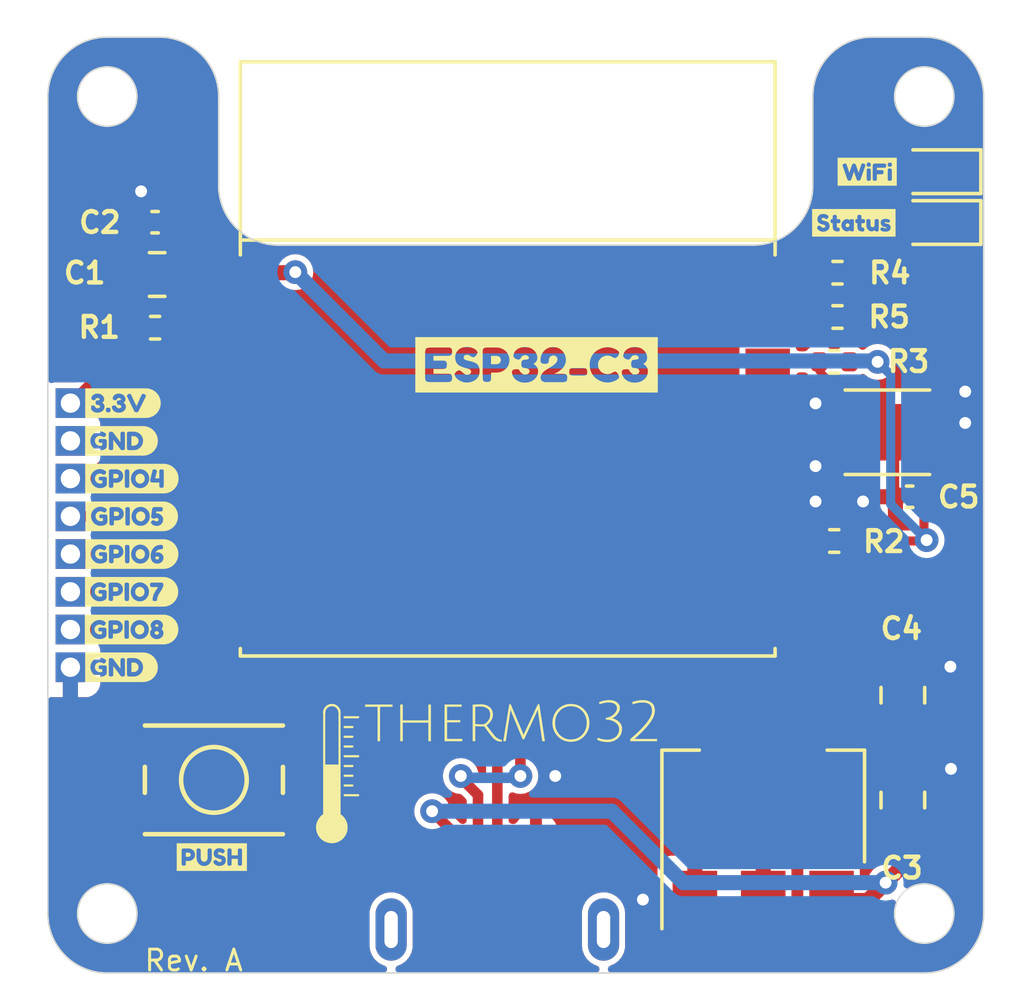
<source format=kicad_pcb>
(kicad_pcb (version 20211014) (generator pcbnew)
  (title_block (title "THERMO32") (date "2023-01-09") (rev "A") (company "victorhook"))
  (layers (0 "F.Cu" signal) (31 "B.Cu" signal) (34 "B.Paste" user) (35 "F.Paste" user) (36 "B.SilkS" user "B.Silkscreen") (37 "F.SilkS" user "F.Silkscreen") (38 "B.Mask" user) (39 "F.Mask" user) (44 "Edge.Cuts" user))
  (net 0 "")
  (net 1 "+3.3V")
  (net 2 "GND")
  (net 3 "Net-(C3-Pad1)")
  (net 4 "+3V3")
  (net 5 "Net-(D1-Pad2)")
  (net 6 "Net-(D2-Pad2)")
  (net 8 "/USB+")
  (net 9 "/USB-")
  (net 10 "Net-(R1-Pad2)")
  (net 11 "/SCL")
  (net 12 "/SDA")
  (net 13 "/LED_BLUE")
  (net 14 "/LED_RED")
  (net 15 "/BUTTON")
  (net 17 "/TEMP_ALERT")
  (net 18 "/TEMP_NRESET")
  (net 19 "/GPIO4")
  (net 20 "/GPIO5")
  (net 21 "/GPIO6")
  (net 22 "/GPIO7")
  (net 23 "/GPIO8")
  (footprint "kibuzzard-63BBE393" (layer "F.Cu") (at 127.19 91.18)
    (fp_text reference "kibuzzard-63BBE393" hide)
    (fp_text value "G***" hide)
  )
  (footprint "Custom:STS35-DIS_temp_sensor" (layer "F.Cu") (at 152.62 88.35)
    (fp_text reference "U3" hide)
    (fp_text value "STS35-DIS" hide)
  )
  (footprint "Resistor_SMD:R_0402_1005Metric" (layer "F.Cu") (at 150.94 82.98 180)
    (fp_text reference "R4")
    (fp_text value "330")
  )
  (footprint "Custom:PinHeader_1x08_P1.27mm_Vertical_No_silk" (layer "F.Cu") (at 125.12 87.37)
    (fp_text reference "J2" hide)
    (fp_text value "Conn_01x08" hide)
  )
  (footprint "Custom:PTS815" (layer "F.Cu") (at 129.95 100.05)
    (fp_text reference "SW1" hide)
    (fp_text value "BOOT" hide)
  )
  (footprint "Resistor_SMD:R_0402_1005Metric" (layer "F.Cu") (at 150.94 84.47 180)
    (fp_text reference "R5")
    (fp_text value "330")
  )
  (footprint "Resistor_SMD:R_0402_1005Metric" (layer "F.Cu") (at 127.97 84.83)
    (fp_text reference "R1")
    (fp_text value "10k")
  )
  (footprint "Resistor_SMD:R_0402_1005Metric" (layer "F.Cu") (at 150.83 92.01 180)
    (fp_text reference "R2")
    (fp_text value "2.2k")
  )
  (footprint "Capacitor_SMD:C_0402_1005Metric" (layer "F.Cu") (at 153.37 90.52 180)
    (fp_text reference "C5")
    (fp_text value "100nF")
  )
  (footprint "kibuzzard-63BBE32B" (layer "F.Cu") (at 126.84 88.64)
    (fp_text reference "kibuzzard-63BBE32B" hide)
    (fp_text value "G***" hide)
  )
  (footprint "Package_TO_SOT_SMD:SOT-223-3_TabPin2" (layer "F.Cu") (at 148.44 100.96 90)
    (fp_text reference "U2" hide)
    (fp_text value "AMS1117-3.3" hide)
  )
  (footprint "kibuzzard-63BBE3A0" (layer "F.Cu") (at 127.18 93.72)
    (fp_text reference "kibuzzard-63BBE3A0" hide)
    (fp_text value "G***" hide)
  )
  (footprint "kibuzzard-63BBE312" (layer "F.Cu") (at 126.89 87.37)
    (fp_text reference "kibuzzard-63BBE312" hide)
    (fp_text value "G***" hide)
  )
  (footprint "kibuzzard-63BBE39B" (layer "F.Cu") (at 127.19 92.45)
    (fp_text reference "kibuzzard-63BBE39B" hide)
    (fp_text value "G***" hide)
  )
  (footprint "Resistor_SMD:R_0402_1005Metric" (layer "F.Cu") (at 150.83 85.98 180)
    (fp_text reference "R3")
    (fp_text value "2.2k")
  )
  (footprint "kibuzzard-63BBDC2F" (layer "F.Cu") (at 140.81 86.08)
    (fp_text reference "kibuzzard-63BBDC2F" hide)
    (fp_text value "G***" hide)
  )
  (footprint "Custom:USB3075-30-A_No_silk" (layer "F.Cu") (at 138.19 102.4375)
    (fp_text reference "J1" hide)
    (fp_text value "USB3075-30-A" hide)
  )
  (footprint "kibuzzard-63BBE3A5" (layer "F.Cu") (at 127.18 94.99)
    (fp_text reference "kibuzzard-63BBE3A5" hide)
    (fp_text value "G***" hide)
  )
  (footprint "Capacitor_SMD:C_0805_2012Metric" (layer "F.Cu") (at 153.14 100.73 90)
    (fp_text reference "C3")
    (fp_text value "10uF")
  )
  (footprint "LED_SMD:LED_0603_1608Metric" (layer "F.Cu") (at 154.28 81.29 180)
    (fp_text reference "D2" hide)
    (fp_text value "LED" hide)
  )
  (footprint "Capacitor_SMD:C_0402_1005Metric" (layer "F.Cu") (at 127.97 81.28 180)
    (fp_text reference "C2")
    (fp_text value "1uF")
  )
  (footprint "kibuzzard-63BBE32B" (layer "F.Cu") (at 126.84 96.26)
    (fp_text reference "kibuzzard-63BBE32B" hide)
    (fp_text value "G***" hide)
  )
  (footprint "kibuzzard-63BBD8F6" (layer "F.Cu") (at 151.94 79.58)
    (fp_text reference "kibuzzard-63BBD8F6" hide)
    (fp_text value "G***" hide)
  )
  (footprint "kibuzzard-63BBE3D2" (layer "F.Cu") (at 129.88 102.65)
    (fp_text reference "kibuzzard-63BBE3D2" hide)
    (fp_text value "G***" hide)
  )
  (footprint "Capacitor_SMD:C_0805_2012Metric" (layer "F.Cu") (at 128.04 83.04 180)
    (fp_text reference "C1")
    (fp_text value "10uF")
  )
  (footprint "Espressif:ESP32-C3-WROOM-02" (layer "F.Cu") (at 139.84 87.13)
    (fp_text reference "U1" hide)
    (fp_text value "ESP32-C3-WROOM-02" hide)
  )
  (footprint "kibuzzard-63BBE366" (layer "F.Cu") (at 127.19 89.91)
    (fp_text reference "kibuzzard-63BBE366" hide)
    (fp_text value "G***" hide)
  )
  (footprint "LED_SMD:LED_0603_1608Metric" (layer "F.Cu") (at 154.28 79.58 180)
    (fp_text reference "D1" hide)
    (fp_text value "LED" hide)
  )
  (footprint "kibuzzard-63BBD915" (layer "F.Cu") (at 151.49 81.3)
    (fp_text reference "kibuzzard-63BBD915" hide)
    (fp_text value "G***" hide)
  )
  (footprint "Capacitor_SMD:C_0805_2012Metric" (layer "F.Cu") (at 153.14 97.2 90)
    (fp_text reference "C4")
    (fp_text value "10uF")
  )
  (gr_line (start 133.49612 101.904322) (end 133.509037 101.92476) (layer "F.SilkS") (width 0.071374))
  (gr_line (start 133.855493 97.539574) (end 133.843246 97.543051) (layer "F.SilkS") (width 0.071374))
  (gr_line (start 133.645954 102.061675) (end 133.666392 102.074591) (layer "F.SilkS") (width 0.071374))
  (gr_line (start 133.588471 102.016881) (end 133.606953 102.032803) (layer "F.SilkS") (width 0.071374))
  (gr_line (start 134.14693 97.666517) (end 134.140716 97.655709) (layer "F.SilkS") (width 0.071374))
  (gr_line (start 133.505236 101.382946) (end 133.489145 101.409637) (layer "F.SilkS") (width 0.071374))
  (gr_line (start 133.99674 97.543052) (end 133.984493 97.539574) (layer "F.SilkS") (width 0.071374))
  (gr_line (start 134.176748 97.763148) (end 134.175106 97.750232) (layer "F.SilkS") (width 0.071374))
  (gr_line (start 134.334696 101.383106) (end 134.316942 101.357476) (layer "F.SilkS") (width 0.071374))
  (gr_line (start 133.53791 101.963761) (end 133.553832 101.982242) (layer "F.SilkS") (width 0.071374))
  (gr_line (start 133.663239 97.763147) (end 133.662242 97.776254) (layer "F.SilkS") (width 0.071374))
  (gr_poly (pts (xy 138.959496 97.506537) (xy 138.980689 97.507609) (xy 139.001406 97.509395) (xy 139.021647 97.511895) (xy 139.041411 97.51511) (xy 139.060699 97.519039) (xy 139.079511 97.523682) (xy 139.097847 97.52904) (xy 139.115706 97.535112) (xy 139.133089 97.541899) (xy 139.149996 97.5494) (xy 139.166427 97.557615) (xy 139.182381 97.566545) (xy 139.197859 97.576189) (xy 139.212861 97.586547) (xy 139.227387 97.59762) (xy 139.241228 97.609117) (xy 139.254176 97.621224) (xy 139.266231 97.633941) (xy 139.277393 97.647269) (xy 139.287662 97.661207) (xy 139.297038 97.675755) (xy 139.305521 97.690913) (xy 139.313112 97.706681) (xy 139.319809 97.72306) (xy 139.325613 97.740048) (xy 139.330525 97.757647) (xy 139.334543 97.775857) (xy 139.337668 97.794676) (xy 139.339901 97.814105) (xy 139.34124 97.834145) (xy 139.341687 97.854795) (xy 139.341434 97.868777) (xy 139.340675 97.882626) (xy 139.33941 97.89634) (xy 139.337639 97.909921) (xy 139.335361 97.923368) (xy 139.332578 97.93668) (xy 139.329289 97.949859) (xy 139.325494 97.962904) (xy 139.321193 97.975815) (xy 139.316386 97.988591) (xy 139.311073 98.001234) (xy 139.305254 98.013743) (xy 139.298928 98.026118) (xy 139.292097 98.03836) (xy 139.28476 98.050467) (xy 139.276917 98.06244) (xy 139.268753 98.074205) (xy 139.260456 98.085687) (xy 139.252025 98.096886) (xy 139.24346 98.107803) (xy 139.234761 98.118437) (xy 139.225928 98.128788) (xy 139.216961 98.138856) (xy 139.20786 98.148641) (xy 139.198626 98.158144) (xy 139.189257 98.167364) (xy 139.179754 98.176301) (xy 139.170118 98.184955) (xy 139.160347 98.193327) (xy 139.150442 98.201416) (xy 139.140404 98.209222) (xy 139.130232 98.216745) (xy 139.232744 98.352119) (xy 139.313588 98.457251) (xy 139.372762 98.532141) (xy 139.394223 98.558246) (xy 139.410267 98.57679) (xy 139.423914 98.59046) (xy 139.43771 98.603371) (xy 139.451656 98.615522) (xy 139.46575 98.626915) (xy 139.479993 98.637549) (xy 139.494384 98.647424) (xy 139.508925 98.656539) (xy 139.523614 98.664896) (xy 139.538452 98.672494) (xy 139.553439 98.679332) (xy 139.568575 98.685412) (xy 139.58386 98.690733) (xy 139.599293 98.695294) (xy 139.614876 98.699097) (xy 139.630607 98.70214) (xy 139.646487 98.704425) (xy 139.644581 98.76348) (xy 139.618537 98.762587) (xy 139.593742 98.760861) (xy 139.570197 98.758301) (xy 139.547903 98.754907) (xy 139.537224 98.752898) (xy 139.526859 98.750681) (xy 139.516805 98.748255) (xy 139.507064 98.745621) (xy 139.497636 98.742778) (xy 139.48852 98.739727) (xy 139.479717 98.736468) (xy 139.471227 98.733) (xy 139.462892 98.729034) (xy 139.454558 98.724755) (xy 139.446224 98.720163) (xy 139.437889 98.71526) (xy 139.429555 98.710043) (xy 139.42122 98.704514) (xy 139.412886 98.698673) (xy 139.404552 98.692519) (xy 139.396217 98.686052) (xy 139.387883 98.679273) (xy 139.379549 98.672181) (xy 139.371214 98.664777) (xy 139.36288 98.65706) (xy 139.354545 98.649031) (xy 139.346211 98.640689) (xy 139.337877 98.632035) (xy 139.319214 98.610693) (xy 139.295609 98.58191) (xy 139.267064 98.545685) (xy 139.233578 98.502019) (xy 139.195151 98.450911) (xy 139.151782 98.392362) (xy 139.103472 98.326372) (xy 139.050222 98.25294) (xy 138.973426 98.252345) (xy 138.897346 98.250559) (xy 138.821979 98.247582) (xy 138.747327 98.243415) (xy 138.747327 98.750145) (xy 138.659697 98.750145) (xy 138.659697 98.171025) (xy 138.747327 98.171025) (xy 138.814716 98.175192) (xy 138.879724 98.178169) (xy 138.942351 98.179955) (xy 139.002597 98.18055) (xy 139.011928 98.180163) (xy 139.021349 98.179002) (xy 139.030859 98.177067) (xy 139.040459 98.174359) (xy 139.050147 98.170876) (xy 139.059925 98.16662) (xy 139.069793 98.161589) (xy 139.079749 98.155785) (xy 139.089795 98.149207) (xy 139.09993 98.141855) (xy 139.110155 98.133729) (xy 139.120469 98.124829) (xy 139.130872 98.115155) (xy 139.141364 98.104707) (xy 139.151946 98.093486) (xy 139.162617 98.08149) (xy 139.172997 98.068981) (xy 139.182708 98.056219) (xy 139.19175 98.043204) (xy 139.200121 98.029936) (xy 139.207823 98.016415) (xy 139.214855 98.002641) (xy 139.221218 97.988614) (xy 139.226911 97.974334) (xy 139.231933 97.959801) (xy 139.236287 97.945015) (xy 139.23997 97.929976) (xy 139.242984 97.914683) (xy 139.245328 97.899138) (xy 139.247002 97.88334) (xy 139.248007 97.867289) (xy 139.248342 97.850985) (xy 139.247992 97.8348) (xy 139.246943 97.819106) (xy 139.245194 97.803903) (xy 139.242746 97.789192) (xy 139.239598 97.774971) (xy 139.235751 97.761242) (xy 139.231204 97.748003) (xy 139.225958 97.735256) (xy 139.220012 97.723) (xy 139.213367 97.711235) (xy 139.206022 97.699962) (xy 139.197978 97.689179) (xy 139.189234 97.678888) (xy 139.179791 97.669087) (xy 139.169649 97.659778) (xy 139.158807 97.65096) (xy 139.147406 97.642655) (xy 139.135589 97.634887) (xy 139.123356 97.627654) (xy 139.110705 97.620956) (xy 139.097638 97.614795) (xy 139.084154 97.609169) (xy 139.070254 97.604079) (xy 139.055937 97.599525) (xy 139.041203 97.595507) (xy 139.026052 97.592024) (xy 139.010485 97.589077) (xy 138.9945 97.586666) (xy 138.9781 97.584791) (xy 138.961282 97.583452) (xy 138.944048 97.582648) (xy 138.926397 97.58238) (xy 138.90693 97.582499) (xy 138.88663 97.582856) (xy 138.843529 97.584285) (xy 138.797095 97.586666) (xy 138.747327 97.59) (xy 138.747327 98.171025) (xy 138.659697 98.171025) (xy 138.659697 97.519515) (xy 138.738516 97.513681) (xy 138.811144 97.509514) (xy 138.877581 97.507013) (xy 138.937827 97.50618)) (layer "F.SilkS") (width 0) (fill solid))
  (gr_line (start 134.399043 101.771113) (end 134.404361 101.747527) (layer "F.SilkS") (width 0.071374))
  (gr_line (start 133.426047 101.650717) (end 133.426047 101.650717) (layer "F.SilkS") (width 0.071374))
  (gr_line (start 134.317016 101.94458) (end 134.330951 101.924754) (layer "F.SilkS") (width 0.071374))
  (gr_line (start 133.69927 97.655707) (end 133.693056 97.666514) (layer "F.SilkS") (width 0.071374))
  (gr_line (start 133.843246 97.543051) (end 133.831254 97.547109) (layer "F.SilkS") (width 0.071374))
  (gr_line (start 134.413939 101.650711) (end 134.412856 101.618698) (layer "F.SilkS") (width 0.071374))
  (gr_line (start 134.162419 97.700798) (end 134.157798 97.689078) (layer "F.SilkS") (width 0.071374))
  (gr_line (start 134.35575 101.883307) (end 134.36658 101.861768) (layer "F.SilkS") (width 0.071374))
  (gr_line (start 134.35 100.568106) (end 134.805401 100.568106) (layer "F.SilkS") (width 0.075136))
  (gr_line (start 133.696224 101.864204) (end 133.715562 101.882043) (layer "F.SilkS") (width 0.055476))
  (gr_line (start 134.377781 101.465925) (end 134.365162 101.437415) (layer "F.SilkS") (width 0.071374))
  (gr_line (start 134.131049 102.097298) (end 134.152588 102.086468) (layer "F.SilkS") (width 0.071374))
  (gr_line (start 134.35 100.24) (end 134.611269 100.24) (layer "F.SilkS") (width 0.075136))
  (gr_line (start 134.385016 101.817259) (end 134.392589 101.79437) (layer "F.SilkS") (width 0.071374))
  (gr_line (start 133.831254 97.547109) (end 133.819534 97.55173) (layer "F.SilkS") (width 0.071374))
  (gr_line (start 134.016809 102.135078) (end 134.040394 102.12976) (layer "F.SilkS") (width 0.071374))
  (gr_line (start 133.775694 97.575525) (end 133.765576 97.58272) (layer "F.SilkS") (width 0.071374))
  (gr_line (start 133.432532 101.571366) (end 133.430226 101.587028) (layer "F.SilkS") (width 0.071374))
  (gr_line (start 133.484238 101.883313) (end 133.49612 101.904322) (layer "F.SilkS") (width 0.071374))
  (gr_line (start 133.666392 102.074591) (end 133.687402 102.086472) (layer "F.SilkS") (width 0.071374))
  (gr_line (start 133.687356 97.677643) (end 133.682188 97.689075) (layer "F.SilkS") (width 0.071374))
  (gr_line (start 133.728952 97.616002) (end 133.720841 97.625367) (layer "F.SilkS") (width 0.071374))
  (gr_line (start 134.152588 102.086468) (end 134.173597 102.074586) (layer "F.SilkS") (width 0.071374))
  (gr_line (start 133.474767 101.437289) (end 133.46215 101.465818) (layer "F.SilkS") (width 0.071374))
  (gr_line (start 134.35 99.911887) (end 134.611269 99.911887) (layer "F.SilkS") (width 0.075136))
  (gr_line (start 134.074411 97.582722) (end 134.064292 97.575527) (layer "F.SilkS") (width 0.071374))
  (gr_line (start 134.404618 101.555879) (end 134.397556 101.525241) (layer "F.SilkS") (width 0.071374))
  (gr_line (start 134.178088 101.230295) (end 134.17808 97.789536) (layer "F.SilkS") (width 0.071374))
  (gr_line (start 134.17808 97.789536) (end 134.177744 97.776255) (layer "F.SilkS") (width 0.071374))
  (gr_line (start 134.413939 101.650711) (end 134.413939 101.650711) (layer "F.SilkS") (width 0.071374))
  (gr_line (start 134.064292 97.575527) (end 134.05382 97.568813) (layer "F.SilkS") (width 0.071374))
  (gr_poly (pts (xy 135.962455 97.591905) (xy 135.543355 97.591905) (xy 135.543355 98.750145) (xy 135.45763 98.750145) (xy 135.45763 97.591905) (xy 135.03853 97.591905) (xy 135.03853 97.5138) (xy 135.962455 97.5138)) (layer "F.SilkS") (width 0) (fill solid))
  (gr_line (start 134.031884 97.556899) (end 134.020452 97.551731) (layer "F.SilkS") (width 0.071374))
  (gr_line (start 133.673509 97.712787) (end 133.670031 97.725035) (layer "F.SilkS") (width 0.071374))
  (gr_line (start 133.670031 97.725035) (end 133.66715 97.737521) (layer "F.SilkS") (width 0.071374))
  (gr_line (start 134.102488 97.607042) (end 134.093525 97.598496) (layer "F.SilkS") (width 0.071374))
  (gr_line (start 134.17808 97.789536) (end 134.17808 97.789536) (layer "F.SilkS") (width 0.071374))
  (gr_line (start 133.968816 102.14224) (end 133.992936 102.139244) (layer "F.SilkS") (width 0.071374))
  (gr_line (start 134.388594 101.495229) (end 134.377781 101.465925) (layer "F.SilkS") (width 0.071374))
  (gr_line (start 133.428418 101.602805) (end 133.427115 101.618686) (layer "F.SilkS") (width 0.071374))
  (gr_poly (pts (xy 136.308406 98.0472) (xy 137.167558 98.0472) (xy 137.167558 97.5138) (xy 137.255188 97.5138) (xy 137.255188 98.750145) (xy 137.167558 98.750145) (xy 137.167558 98.125305) (xy 136.308406 98.125305) (xy 136.308406 98.750145) (xy 136.220776 98.750145) (xy 136.220776 97.5138) (xy 136.308406 97.5138)) (layer "F.SilkS") (width 0) (fill solid))
  (gr_line (start 134.411522 101.699533) (end 134.413332 101.675205) (layer "F.SilkS") (width 0.071374))
  (gr_line (start 133.906712 97.531785) (end 133.893605 97.532781) (layer "F.SilkS") (width 0.071374))
  (gr_line (start 133.893605 97.532781) (end 133.880689 97.534422) (layer "F.SilkS") (width 0.071374))
  (gr_line (start 133.94449 102.14405) (end 133.968816 102.14224) (layer "F.SilkS") (width 0.071374))
  (gr_line (start 134.392589 101.79437) (end 134.399043 101.771113) (layer "F.SilkS") (width 0.071374))
  (gr_line (start 133.585796 101.287461) (end 133.57437 101.2983) (layer "F.SilkS") (width 0.071374))
  (gr_line (start 134.413332 101.675205) (end 134.413939 101.650711) (layer "F.SilkS") (width 0.071374))
  (gr_line (start 133.597591 101.276968) (end 133.585796 101.287461) (layer "F.SilkS") (width 0.071374))
  (gr_line (start 133.933274 97.531785) (end 133.919993 97.531449) (layer "F.SilkS") (width 0.071374))
  (gr_line (start 133.682188 97.689075) (end 133.677567 97.700795) (layer "F.SilkS") (width 0.071374))
  (gr_line (start 133.865004 101.958603) (end 133.865004 101.958603) (layer "F.SilkS") (width 0.055476))
  (gr_line (start 134.35 98.599454) (end 134.611269 98.599454) (layer "F.SilkS") (width 0.075136))
  (gr_line (start 134.109019 102.107058) (end 134.131049 102.097298) (layer "F.SilkS") (width 0.071374))
  (gr_line (start 133.786166 97.568812) (end 133.775694 97.575525) (layer "F.SilkS") (width 0.071374))
  (gr_line (start 133.871177 102.14224) (end 133.895504 102.14405) (layer "F.SilkS") (width 0.071374))
  (gr_line (start 133.992936 102.139244) (end 134.016809 102.135078) (layer "F.SilkS") (width 0.071374))
  (gr_line (start 133.66488 97.750231) (end 133.663239 97.763147) (layer "F.SilkS") (width 0.071374))
  (gr_line (start 133.946381 97.532781) (end 133.933274 97.531785) (layer "F.SilkS") (width 0.071374))
  (gr_line (start 134.412856 101.618698) (end 134.409733 101.58706) (layer "F.SilkS") (width 0.071374))
  (gr_line (start 133.606953 102.032803) (end 133.626128 102.04774) (layer "F.SilkS") (width 0.071374))
  (gr_line (start 134.397556 101.525241) (end 134.388594 101.495229) (layer "F.SilkS") (width 0.071374))
  (gr_line (start 133.808688 101.939247) (end 133.836016 101.949741) (layer "F.SilkS") (width 0.055476))
  (gr_line (start 133.46215 101.465818) (end 133.451341 101.49514) (layer "F.SilkS") (width 0.071374))
  (gr_line (start 134.134003 97.645238) (end 134.126807 97.635119) (layer "F.SilkS") (width 0.071374))
  (gr_line (start 133.451341 101.49514) (end 133.442385 101.525172) (layer "F.SilkS") (width 0.071374))
  (gr_line (start 134.040394 102.12976) (end 134.063651 102.123306) (layer "F.SilkS") (width 0.071374))
  (gr_line (start 133.426047 101.650717) (end 133.426654 101.675211) (layer "F.SilkS") (width 0.071374))
  (gr_line (start 134.111034 97.616005) (end 134.102488 97.607042) (layer "F.SilkS") (width 0.071374))
  (gr_line (start 133.43146 101.72366) (end 133.435626 101.747533) (layer "F.SilkS") (width 0.071374))
  (gr_line (start 134.350785 101.40978) (end 134.334696 101.383106) (layer "F.SilkS") (width 0.071374))
  (gr_line (start 133.428464 101.699539) (end 133.43146 101.72366) (layer "F.SilkS") (width 0.071374))
  (gr_line (start 134.35 99.255674) (end 134.805401 99.255674) (layer "F.SilkS") (width 0.075136))
  (gr_line (start 133.867979 97.536692) (end 133.855493 97.539574) (layer "F.SilkS") (width 0.071374))
  (gr_line (start 134.269267 101.999985) (end 134.286157 101.982236) (layer "F.SilkS") (width 0.071374))
  (gr_line (start 133.661906 101.230039) (end 133.648351 101.238651) (layer "F.SilkS") (width 0.071374))
  (gr_line (start 134.008732 97.54711) (end 133.99674 97.543052) (layer "F.SilkS") (width 0.071374))
  (gr_line (start 134.126807 97.635119) (end 134.119145 97.625369) (layer "F.SilkS") (width 0.071374))
  (gr_line (start 133.442385 101.525172) (end 133.438618 101.540428) (layer "F.SilkS") (width 0.071374))
  (gr_line (start 133.753451 102.115736) (end 133.77634 102.123308) (layer "F.SilkS") (width 0.071374))
  (gr_line (start 134.409733 101.58706) (end 134.404618 101.555879) (layer "F.SilkS") (width 0.071374))
  (gr_line (start 133.440944 101.771119) (end 133.447398 101.794376) (layer "F.SilkS") (width 0.071374))
  (gr_line (start 133.438618 101.540428) (end 133.435331 101.555829) (layer "F.SilkS") (width 0.071374))
  (gr_line (start 134.404361 101.747527) (end 134.408526 101.723654) (layer "F.SilkS") (width 0.071374))
  (gr_line (start 133.522993 101.357299) (end 133.505236 101.382946) (layer "F.SilkS") (width 0.071374))
  (gr_line (start 134.343868 101.904316) (end 134.35575 101.883307) (layer "F.SilkS") (width 0.071374))
  (gr_line (start 134.08416 97.590384) (end 134.074411 97.582722) (layer "F.SilkS") (width 0.071374))
  (gr_line (start 133.713179 97.635117) (end 133.705983 97.645235) (layer "F.SilkS") (width 0.071374))
  (gr_line (start 133.730971 102.107061) (end 133.753451 102.115736) (layer "F.SilkS") (width 0.071374))
  (gr_line (start 133.430226 101.587028) (end 133.428418 101.602805) (layer "F.SilkS") (width 0.071374))
  (gr_poly (pts (xy 140.327334 98.418675) (xy 140.347336 98.469038) (xy 140.361623 98.505829) (xy 140.370196 98.529046) (xy 140.372339 98.535565) (xy 140.373053 98.53869) (xy 140.376774 98.528093) (xy 140.381269 98.516306) (xy 140.386537 98.503328) (xy 140.39258 98.48916) (xy 140.399396 98.473801) (xy 140.406987 98.457251) (xy 140.415351 98.439511) (xy 140.424489 98.42058) (xy 140.853114 97.50618) (xy 140.904548 97.50618) (xy 141.093143 98.750145) (xy 141.001703 98.750145) (xy 140.866449 97.81098) (xy 140.860615 97.768237) (xy 140.856448 97.733351) (xy 140.854989 97.718855) (xy 140.853947 97.706324) (xy 140.853322 97.695757) (xy 140.853114 97.687155) (xy 140.797868 97.812885) (xy 140.392103 98.685375) (xy 140.340669 98.685375) (xy 139.980623 97.81098) (xy 139.974909 97.797853) (xy 139.969194 97.784191) (xy 139.963479 97.769993) (xy 139.957764 97.755259) (xy 139.952049 97.739989) (xy 139.946334 97.724183) (xy 139.940619 97.707842) (xy 139.934904 97.690965) (xy 139.934889 97.69127) (xy 139.934844 97.691709) (xy 139.934666 97.692989) (xy 139.934368 97.694805) (xy 139.933951 97.697156) (xy 139.933415 97.700044) (xy 139.93276 97.703467) (xy 139.931093 97.71192) (xy 139.930022 97.722278) (xy 139.928712 97.734304) (xy 139.925379 97.763355) (xy 139.923474 97.778) (xy 139.921569 97.791454) (xy 139.919664 97.803717) (xy 139.917759 97.81479) (xy 139.774884 98.750145) (xy 139.689159 98.750145) (xy 139.891089 97.50618) (xy 139.942524 97.50618)) (layer "F.SilkS") (width 0) (fill solid))
  (gr_line (start 134.15263 97.677645) (end 134.14693 97.666517) (layer "F.SilkS") (width 0.071374))
  (gr_line (start 134.175106 97.750232) (end 134.172837 97.737523) (layer "F.SilkS") (width 0.071374))
  (gr_line (start 134.35 97.943241) (end 134.805401 97.943241) (layer "F.SilkS") (width 0.075136))
  (gr_line (start 134.35 98.271347) (end 134.611269 98.271347) (layer "F.SilkS") (width 0.075136))
  (gr_line (start 134.276628 101.309681) (end 134.254162 101.287684) (layer "F.SilkS") (width 0.071374))
  (gr_line (start 133.622267 101.257057) (end 133.60975 101.266829) (layer "F.SilkS") (width 0.071374))
  (gr_line (start 134.173597 102.074586) (end 134.194035 102.06167) (layer "F.SilkS") (width 0.071374))
  (gr_line (start 133.705983 97.645235) (end 133.69927 97.655707) (layer "F.SilkS") (width 0.071374))
  (gr_line (start 133.677567 97.700795) (end 133.673509 97.712787) (layer "F.SilkS") (width 0.071374))
  (gr_line (start 134.05382 97.568813) (end 134.043013 97.562599) (layer "F.SilkS") (width 0.071374))
  (gr_line (start 133.66715 97.737521) (end 133.66488 97.750231) (layer "F.SilkS") (width 0.071374))
  (gr_line (start 133.880689 97.534422) (end 133.867979 97.536692) (layer "F.SilkS") (width 0.071374))
  (gr_line (start 133.447398 101.794376) (end 133.454972 101.817265) (layer "F.SilkS") (width 0.071374))
  (gr_line (start 134.37634 101.839738) (end 134.385016 101.817259) (layer "F.SilkS") (width 0.071374))
  (gr_line (start 133.919993 97.531449) (end 133.919993 97.531449) (layer "F.SilkS") (width 0.071374))
  (gr_line (start 133.602688 101.705766) (end 133.611714 101.731618) (layer "F.SilkS") (width 0.055476))
  (gr_line (start 133.635135 101.247661) (end 133.622267 101.257057) (layer "F.SilkS") (width 0.071374))
  (gr_poly (pts (xy 143.275607 97.363602) (xy 143.294895 97.364495) (xy 143.313707 97.365984) (xy 143.332042 97.368067) (xy 143.349902 97.370746) (xy 143.367285 97.374021) (xy 143.384192 97.37789) (xy 143.400622 97.382355) (xy 143.416577 97.387415) (xy 143.432055 97.393071) (xy 143.447057 97.399321) (xy 143.461582 97.406167) (xy 143.475632 97.413609) (xy 143.489205 97.421646) (xy 143.502302 97.430278) (xy 143.514922 97.439505) (xy 143.526918 97.448941) (xy 143.53814 97.458674) (xy 143.548587 97.468705) (xy 143.558261 97.479034) (xy 143.567161 97.48966) (xy 143.575287 97.500584) (xy 143.582639 97.511806) (xy 143.589218 97.523325) (xy 143.595022 97.535142) (xy 143.600052 97.547257) (xy 143.604309 97.559669) (xy 143.607791 97.572379) (xy 143.6105 97.585386) (xy 143.612435 97.598692) (xy 143.613595 97.612294) (xy 143.613982 97.626195) (xy 143.613692 97.640162) (xy 143.612822 97.653966) (xy 143.61137 97.667606) (xy 143.609339 97.681083) (xy 143.606727 97.694395) (xy 143.603535 97.707544) (xy 143.599762 97.72053) (xy 143.595409 97.733351) (xy 143.590475 97.746009) (xy 143.584961 97.758503) (xy 143.578866 97.770834) (xy 143.572191 97.783) (xy 143.564936 97.795003) (xy 143.5571 97.806843) (xy 143.548684 97.818518) (xy 143.539687 97.83003) (xy 143.53052 97.841319) (xy 143.521114 97.852324) (xy 143.511469 97.863047) (xy 143.501587 97.873488) (xy 143.491467 97.883645) (xy 143.481108 97.89352) (xy 143.470512 97.903112) (xy 143.459677 97.912421) (xy 143.448604 97.921448) (xy 143.437294 97.930191) (xy 143.425744 97.938652) (xy 143.413957 97.94683) (xy 143.401932 97.954726) (xy 143.389669 97.962338) (xy 143.377167 97.969668) (xy 143.364427 97.976715) (xy 143.381855 97.981686) (xy 143.398896 97.987073) (xy 143.41555 97.992878) (xy 143.431817 97.999099) (xy 143.447697 98.005736) (xy 143.46319 98.012791) (xy 143.478296 98.020262) (xy 143.493015 98.02815) (xy 143.507347 98.036455) (xy 143.521292 98.045176) (xy 143.534851 98.054314) (xy 143.548022 98.063869) (xy 143.560806 98.07384) (xy 143.573204 98.084228) (xy 143.585214 98.095033) (xy 143.596837 98.106255) (xy 143.60791 98.117655) (xy 143.618269 98.129472) (xy 143.627913 98.141706) (xy 143.636842 98.154356) (xy 143.645058 98.167423) (xy 143.652559 98.180907) (xy 143.659345 98.194808) (xy 143.665417 98.209125) (xy 143.670775 98.223859) (xy 143.675419 98.23901) (xy 143.679348 98.254577) (xy 143.682562 98.270561) (xy 143.685063 98.286962) (xy 143.686849 98.30378) (xy 143.68792 98.321014) (xy 143.688277 98.338665) (xy 143.687727 98.361994) (xy 143.686075 98.384831) (xy 143.683321 98.407178) (xy 143.679467 98.429033) (xy 143.674511 98.450398) (xy 143.668453 98.471271) (xy 143.661295 98.491653) (xy 143.653035 98.511544) (xy 143.643673 98.530943) (xy 143.633211 98.549852) (xy 143.621647 98.56827) (xy 143.608982 98.586196) (xy 143.595215 98.603631) (xy 143.580347 98.620575) (xy 143.564378 98.637028) (xy 143.547307 98.65299) (xy 143.529455 98.668215) (xy 143.511142 98.682458) (xy 143.492368 98.695718) (xy 143.473131 98.707997) (xy 143.453434 98.719293) (xy 143.433275 98.729607) (xy 143.412655 98.738938) (xy 143.391574 98.747287) (xy 143.370031 98.754654) (xy 143.348027 98.761039) (xy 143.325561 98.766442) (xy 143.302634 98.770862) (xy 143.279246 98.7743) (xy 143.255396 98.776755) (xy 143.231085 98.778229) (xy 143.206312 98.77872) (xy 143.181466 98.778407) (xy 143.156931 98.77747) (xy 143.132709 98.775907) (xy 143.1088 98.773719) (xy 143.085204 98.770906) (xy 143.061919 98.767469) (xy 143.038948 98.763406) (xy 143.016289 98.758717) (xy 142.993942 98.753404) (xy 142.971908 98.747466) (xy 142.950187 98.740903) (xy 142.928778 98.733714) (xy 142.907681 98.725901) (xy 142.886897 98.717462) (xy 142.866426 98.708399) (xy 142.846267 98.69871) (xy 142.876748 98.628225) (xy 142.893149 98.636299) (xy 142.909966 98.643852) (xy 142.9272 98.650884) (xy 142.944851 98.657395) (xy 142.962919 98.663386) (xy 142.981403 98.668855) (xy 143.000305 98.673804) (xy 143.019623 98.678231) (xy 143.039357 98.682138) (xy 143.059508 98.685524) (xy 143.080077 98.688389) (xy 143.101061 98.690733) (xy 143.122463 98.692556) (xy 143.144281 98.693858) (xy 143.166516 98.69464) (xy 143.189167 98.6949) (xy 143.211737 98.694513) (xy 143.233727 98.693352) (xy 143.255136 98.691417) (xy 143.275964 98.688709) (xy 143.296212 98.685226) (xy 143.31588 98.68097) (xy 143.334967 98.675939) (xy 143.353474 98.670135) (xy 143.3714 98.663557) (xy 143.388746 98.656205) (xy 143.405511 98.648079) (xy 143.421696 98.639179) (xy 143.437301 98.629505) (xy 143.452325 98.619057) (xy 143.466769 98.607836) (xy 143.480632 98.59584) (xy 143.493781 98.583004) (xy 143.506082 98.569736) (xy 143.517534 98.556036) (xy 143.528138 98.541905) (xy 143.537894 98.527342) (xy 143.546801 98.512347) (xy 143.55486 98.496921) (xy 143.562071 98.481064) (xy 143.568433 98.464774) (xy 143.573948 98.448054) (xy 143.578613 98.430901) (xy 143.582431 98.413317) (xy 143.5854 98.395302) (xy 143.587521 98.376854) (xy 143.588793 98.357975) (xy 143.589217 98.338665) (xy 143.588927 98.326149) (xy 143.588057 98.31384) (xy 143.586605 98.301741) (xy 143.584574 98.289849) (xy 143.581962 98.278166) (xy 143.57877 98.266692) (xy 143.574997 98.255425) (xy 143.570644 98.244367) (xy 143.56571 98.233518) (xy 143.560196 98.222877) (xy 143.554101 98.212444) (xy 143.547426 98.202219) (xy 143.540171 98.192203) (xy 143.532335 98.182395) (xy 143.523919 98.172796) (xy 143.514922 98.163405) (xy 143.505546 98.154282) (xy 143.495991 98.145486) (xy 143.486258 98.137018) (xy 143.476346 98.128877) (xy 143.466256 98.121063) (xy 143.455986 98.113577) (xy 143.445539 98.106419) (xy 143.434912 98.099587) (xy 143.424107 98.093084) (xy 143.413124 98.086907) (xy 143.401962 98.081058) (xy 143.390621 98.075537) (xy 143.379102 98.070343) (xy 143.367404 98.065476) (xy 143.355527 98.060937) (xy 143.343472 98.056725) (xy 143.319243 98.049135) (xy 143.295133 98.042557) (xy 143.271142 98.03699) (xy 143.24727 98.032436) (xy 143.223517 98.028894) (xy 143.199883 98.026364) (xy 143.176368 98.024846) (xy 143.152972 98.02434) (xy 143.141542 98.02434) (xy 143.141542 97.95957) (xy 143.158844 97.958253) (xy 143.175981 97.956206) (xy 143.192955 97.953431) (xy 143.209765 97.949926) (xy 143.226411 97.945692) (xy 143.242894 97.940728) (xy 143.259213 97.935036) (xy 143.275368 97.928614) (xy 143.29136 97.921463) (xy 143.307188 97.913582) (xy 143.322852 97.904972) (xy 143.338353 97.895633) (xy 143.353689 97.885565) (xy 143.368862 97.874768) (xy 143.383872 97.863241) (xy 143.398717 97.850985) (xy 143.41302 97.838089) (xy 143.426399 97.825119) (xy 143.438856 97.812074) (xy 143.45039 97.798955) (xy 143.461002 97.785761) (xy 143.470691 97.772493) (xy 143.479457 97.759151) (xy 143.4873 97.745734) (xy 143.49422 97.732242) (xy 143.500218 97.718677) (xy 143.505293 97.705037) (xy 143.509445 97.691322) (xy 143.512675 97.677533) (xy 143.514982 97.66367) (xy 143.516366 97.649732) (xy 143.516827 97.63572) (xy 143.516544 97.625369) (xy 143.515696 97.615271) (xy 143.514282 97.605426) (xy 143.512303 97.595834) (xy 143.509758 97.586495) (xy 143.506647 97.577409) (xy 143.502971 97.568576) (xy 143.49873 97.559996) (xy 143.493923 97.551669) (xy 143.48855 97.543595) (xy 143.482612 97.535774) (xy 143.476108 97.528207) (xy 143.469039 97.520892) (xy 143.461404 97.51383) (xy 143.453204 97.507021) (xy 143.444438 97.500465) (xy 143.435359 97.494006) (xy 143.425745 97.487963) (xy 143.415595 97.482338) (xy 143.404909 97.477129) (xy 143.393687 97.472336) (xy 143.38193 97.467961) (xy 143.369636 97.464002) (xy 143.356807 97.46046) (xy 143.343443 97.457335) (xy 143.329542 97.454626) (xy 143.315106 97.452334) (xy 143.300134 97.450459) (xy 143.284626 97.449) (xy 143.268582 97.447958) (xy 143.252003 97.447333) (xy 143.234888 97.447125) (xy 143.217408 97.447348) (xy 143.199734 97.448018) (xy 143.181868 97.449134) (xy 143.163807 97.450697) (xy 143.145553 97.452706) (xy 143.127106 97.455162) (xy 143.108465 97.458064) (xy 143.089631 97.461412) (xy 143.070604 97.465208) (xy 143.051382 97.469449) (xy 143.01236 97.479272) (xy 142.972563 97.49088) (xy 142.931992 97.504275) (xy 142.911038 97.43379) (xy 142.957264 97.41727) (xy 143.002596 97.402953) (xy 143.047036 97.390838) (xy 143.068922 97.385607) (xy 143.090584 97.380926) (xy 143.112022 97.376796) (xy 143.133238 97.373217) (xy 143.15423 97.370188) (xy 143.174999 97.36771) (xy 143.195545 97.365783) (xy 143.215867 97.364406) (xy 143.235966 97.36358) (xy 143.255842 97.363305)) (layer "F.SilkS") (width 0) (fill solid))
  (gr_line (start 133.426654 101.675211) (end 133.428464 101.699539) (layer "F.SilkS") (width 0.071374))
  (gr_line (start 134.316942 101.357476) (end 134.29757 101.332973) (layer "F.SilkS") (width 0.071374))
  (gr_poly (pts (xy 141.999954 97.495472) (xy 142.032049 97.497637) (xy 142.063474 97.501246) (xy 142.094229 97.506299) (xy 142.124315 97.512795) (xy 142.153731 97.520735) (xy 142.182477 97.530119) (xy 142.210553 97.540946) (xy 142.23796 97.553217) (xy 142.264697 97.566932) (xy 142.290764 97.58209) (xy 142.316161 97.598692) (xy 142.340889 97.616737) (xy 142.364947 97.636226) (xy 142.388335 97.657159) (xy 142.411054 97.679535) (xy 142.432738 97.702961) (xy 142.453024 97.727041) (xy 142.47191 97.751776) (xy 142.489397 97.777166) (xy 142.505486 97.803211) (xy 142.520175 97.829911) (xy 142.533465 97.857266) (xy 142.545357 97.885275) (xy 142.555849 97.913939) (xy 142.564943 97.943258) (xy 142.572637 97.973232) (xy 142.578932 98.003861) (xy 142.583829 98.035145) (xy 142.587326 98.067083) (xy 142.589425 98.099677) (xy 142.590124 98.132925) (xy 142.589425 98.165942) (xy 142.587326 98.19832) (xy 142.583829 98.230058) (xy 142.578932 98.261155) (xy 142.572637 98.291613) (xy 142.564943 98.321431) (xy 142.555849 98.350608) (xy 142.545357 98.379146) (xy 142.533465 98.407044) (xy 142.520175 98.434302) (xy 142.505486 98.46092) (xy 142.489397 98.486898) (xy 142.47191 98.512236) (xy 142.453024 98.536934) (xy 142.432738 98.560992) (xy 142.411054 98.58441) (xy 142.388335 98.606786) (xy 142.364947 98.627719) (xy 142.340889 98.647208) (xy 142.316161 98.665253) (xy 142.290764 98.681855) (xy 142.264697 98.697013) (xy 142.23796 98.710728) (xy 142.210553 98.722999) (xy 142.182477 98.733826) (xy 142.153731 98.74321) (xy 142.124315 98.75115) (xy 142.094229 98.757646) (xy 142.063474 98.762699) (xy 142.032049 98.766308) (xy 141.999954 98.768473) (xy 141.96719 98.769195) (xy 141.934425 98.768473) (xy 141.90233 98.766308) (xy 141.870905 98.762699) (xy 141.84015 98.757646) (xy 141.810064 98.75115) (xy 141.780648 98.74321) (xy 141.751902 98.733826) (xy 141.723825 98.722999) (xy 141.696419 98.710728) (xy 141.669682 98.697013) (xy 141.643614 98.681855) (xy 141.618217 98.665253) (xy 141.593489 98.647208) (xy 141.569431 98.627719) (xy 141.546043 98.606786) (xy 141.523324 98.58441) (xy 141.50164 98.560992) (xy 141.481355 98.536934) (xy 141.462469 98.512236) (xy 141.444981 98.486898) (xy 141.428893 98.46092) (xy 141.414204 98.434302) (xy 141.400913 98.407044) (xy 141.389022 98.379146) (xy 141.37853 98.350608) (xy 141.369436 98.321431) (xy 141.361742 98.291613) (xy 141.355446 98.261155) (xy 141.35055 98.230058) (xy 141.347053 98.19832) (xy 141.344954 98.165942) (xy 141.344255 98.132925) (xy 141.435695 98.132925) (xy 141.436282 98.161932) (xy 141.438046 98.190373) (xy 141.440985 98.218248) (xy 141.4451 98.245558) (xy 141.450391 98.272303) (xy 141.456858 98.298481) (xy 141.4645 98.324095) (xy 141.473318 98.349142) (xy 141.483312 98.373625) (xy 141.494481 98.397541) (xy 141.506827 98.420892) (xy 141.520348 98.443678) (xy 141.535044 98.465898) (xy 141.550917 98.487553) (xy 141.567965 98.508642) (xy 141.586189 98.529165) (xy 141.605537 98.548542) (xy 141.62548 98.56667) (xy 141.646018 98.583547) (xy 141.667152 98.599174) (xy 141.688881 98.61355) (xy 141.711205 98.626677) (xy 141.734124 98.638554) (xy 141.757639 98.64918) (xy 141.78175 98.658556) (xy 141.806455 98.666682) (xy 141.831756 98.673558) (xy 141.857652 98.679184) (xy 141.884144 98.683559) (xy 141.91123 98.686685) (xy 141.938912 98.68856) (xy 141.96719 98.689185) (xy 141.99569 98.68856) (xy 142.023566 98.686685) (xy 142.050816 98.683559) (xy 142.077441 98.679184) (xy 142.103441 98.673558) (xy 142.128817 98.666682) (xy 142.153567 98.658556) (xy 142.177692 98.64918) (xy 142.201192 98.638554) (xy 142.224066 98.626677) (xy 142.246316 98.61355) (xy 142.267941 98.599174) (xy 142.288941 98.583547) (xy 142.309315 98.56667) (xy 142.329065 98.548542) (xy 142.348189 98.529165) (xy 142.366413 98.508642) (xy 142.383461 98.487553) (xy 142.399334 98.465898) (xy 142.414031 98.443678) (xy 142.427552 98.420892) (xy 142.439897 98.397541) (xy 142.451067 98.373625) (xy 142.46106 98.349142) (xy 142.469878 98.324095) (xy 142.477521 98.298481) (xy 142.483987 98.272303) (xy 142.489278 98.245558) (xy 142.493393 98.218248) (xy 142.496333 98.190373) (xy 142.498096 98.161932) (xy 142.498684 98.132925) (xy 142.498096 98.103688) (xy 142.496333 98.075031) (xy 142.493393 98.046954) (xy 142.489278 98.019458) (xy 142.483987 97.992543) (xy 142.477521 97.966208) (xy 142.469878 97.940453) (xy 142.46106 97.915279) (xy 142.451067 97.890685) (xy 142.439897 97.866671) (xy 142.427552 97.843238) (xy 142.414031 97.820386) (xy 142.399334 97.798114) (xy 142.383461 97.776422) (xy 142.366413 97.755311) (xy 142.348189 97.73478) (xy 142.329065 97.715172) (xy 142.309315 97.696829) (xy 142.288941 97.679751) (xy 142.267941 97.663938) (xy 142.246316 97.64939) (xy 142.224066 97.636107) (xy 142.201192 97.624089) (xy 142.177692 97.613336) (xy 142.153567 97.603848) (xy 142.128817 97.595626) (xy 142.103441 97.588668) (xy 142.077441 97.582975) (xy 142.050816 97.578548) (xy 142.023566 97.575385) (xy 141.99569 97.573488) (xy 141.96719 97.572855) (xy 141.938912 97.573488) (xy 141.91123 97.575385) (xy 141.884144 97.578548) (xy 141.857652 97.582975) (xy 141.831756 97.588668) (xy 141.806455 97.595626) (xy 141.78175 97.603848) (xy 141.757639 97.613336) (xy 141.734124 97.624089) (xy 141.711205 97.636107) (xy 141.688881 97.64939) (xy 141.667152 97.663938) (xy 141.646018 97.679751) (xy 141.62548 97.696829) (xy 141.605537 97.715172) (xy 141.586189 97.73478) (xy 141.567965 97.755311) (xy 141.550917 97.776422) (xy 141.535044 97.798114) (xy 141.520348 97.820386) (xy 141.506827 97.843238) (xy 141.494481 97.866671) (xy 141.483312 97.890685) (xy 141.473318 97.915279) (xy 141.4645 97.940453) (xy 141.456858 97.966208) (xy 141.450391 97.992543) (xy 141.4451 98.019458) (xy 141.440985 98.046954) (xy 141.438046 98.075031) (xy 141.436282 98.103688) (xy 141.435695 98.132925) (xy 141.344255 98.132925) (xy 141.344954 98.099677) (xy 141.347053 98.067083) (xy 141.35055 98.035145) (xy 141.355446 98.003861) (xy 141.361742 97.973232) (xy 141.369436 97.943258) (xy 141.37853 97.913939) (xy 141.389022 97.885275) (xy 141.400913 97.857266) (xy 141.414204 97.829911) (xy 141.428893 97.803211) (xy 141.444981 97.777166) (xy 141.462469 97.751776) (xy 141.481355 97.727041) (xy 141.50164 97.702961) (xy 141.523324 97.679535) (xy 141.546043 97.657159) (xy 141.569431 97.636226) (xy 141.593489 97.616737) (xy 141.618217 97.598692) (xy 141.643614 97.58209) (xy 141.669682 97.566932) (xy 141.696419 97.553217) (xy 141.723825 97.540946) (xy 141.751902 97.530119) (xy 141.780648 97.520735) (xy 141.810064 97.512795) (xy 141.84015 97.506299) (xy 141.870905 97.501246) (xy 141.90233 97.497637) (xy 141.934425 97.495472) (xy 141.96719 97.49475)) (layer "F.SilkS") (width 0) (fill solid))
  (gr_poly (pts (xy 134.17808 101.230289) (xy 134.204837 101.2479) (xy 134.230212 101.267057) (xy 134.254156 101.287675) (xy 134.276624 101.309673) (xy 134.297568 101.332965) (xy 134.31694 101.357468) (xy 134.334695 101.383098) (xy 134.350786 101.409773) (xy 134.365164 101.437408) (xy 134.377784 101.465919) (xy 134.388598 101.495223) (xy 134.397559 101.525237) (xy 134.404621 101.555876) (xy 134.409736 101.587057) (xy 134.412858 101.618697) (xy 134.413939 101.650711) (xy 134.413296 101.67613) (xy 134.411389 101.701215) (xy 134.408248 101.725936) (xy 134.403904 101.75026) (xy 134.398389 101.774158) (xy 134.391733 101.797598) (xy 134.383967 101.820549) (xy 134.375123 101.84298) (xy 134.365231 101.86486) (xy 134.354323 101.886158) (xy 134.34243 101.906843) (xy 134.329582 101.926884) (xy 134.31581 101.94625) (xy 134.301147 101.96491) (xy 134.285622 101.982833) (xy 134.269267 101.999987) (xy 134.252112 102.016343) (xy 134.234189 102.031868) (xy 134.21553 102.046531) (xy 134.196164 102.060302) (xy 134.176123 102.07315) (xy 134.155438 102.085044) (xy 134.13414 102.095952) (xy 134.11226 102.105843) (xy 134.089829 102.114687) (xy 134.066878 102.122453) (xy 134.043438 102.129108) (xy 134.019541 102.134623) (xy 133.995216 102.138967) (xy 133.970496 102.142108) (xy 133.945411 102.144015) (xy 133.919993 102.144657) (xy 133.894574 102.144014) (xy 133.86949 102.142107) (xy 133.84477 102.138965) (xy 133.820445 102.134622) (xy 133.796548 102.129106) (xy 133.773108 102.12245) (xy 133.750157 102.114685) (xy 133.727726 102.105841) (xy 133.705846 102.095949) (xy 133.684548 102.085041) (xy 133.663863 102.073148) (xy 133.643822 102.0603) (xy 133.624456 102.046529) (xy 133.605797 102.031865) (xy 133.587874 102.01634) (xy 133.570719 101.999985) (xy 133.554364 101.982831) (xy 133.538839 101.964908) (xy 133.524176 101.946249) (xy 133.510404 101.926883) (xy 133.497556 101.906842) (xy 133.485663 101.886157) (xy 133.474754 101.864859) (xy 133.464863 101.842979) (xy 133.456019 101.820548) (xy 133.448253 101.797597) (xy 133.441597 101.774157) (xy 133.436082 101.75026) (xy 133.431738 101.725935) (xy 133.428597 101.701215) (xy 133.42669 101.67613) (xy 133.426047 101.650711) (xy 133.426323 101.634654) (xy 133.427116 101.61868) (xy 133.428419 101.602799) (xy 133.430226 101.587022) (xy 133.432533 101.57136) (xy 133.435332 101.555823) (xy 133.438618 101.540422) (xy 133.442386 101.525166) (xy 133.451341 101.495134) (xy 133.462151 101.465812) (xy 133.474768 101.437284) (xy 133.489145 101.409632) (xy 133.505236 101.382941) (xy 133.522994 101.357294) (xy 133.542371 101.332776) (xy 133.563321 101.309469) (xy 133.57437 101.298297) (xy 133.585796 101.287459) (xy 133.597591 101.276965) (xy 133.60975 101.266827) (xy 133.622267 101.257055) (xy 133.635136 101.24766) (xy 133.648351 101.238651) (xy 133.661906 101.230039) (xy 133.661906 99.534366) (xy 134.17808 99.534366)) (layer "F.SilkS") (width 0) (fill solid))
  (gr_line (start 133.984493 97.539574) (end 133.972007 97.536692) (layer "F.SilkS") (width 0.071374))
  (gr_line (start 134.194035 102.06167) (end 134.213862 102.047734) (layer "F.SilkS") (width 0.071374))
  (gr_line (start 133.62215 101.756488) (end 133.634018 101.780321) (layer "F.SilkS") (width 0.055476))
  (gr_line (start 134.233036 102.032797) (end 134.251518 102.016875) (layer "F.SilkS") (width 0.071374))
  (gr_line (start 133.865004 101.958603) (end 133.865004 101.958603) (layer "F.SilkS") (width 0.055476))
  (gr_line (start 133.758929 101.913583) (end 133.782999 101.927176) (layer "F.SilkS") (width 0.055476))
  (gr_line (start 133.60975 101.266829) (end 133.597591 101.276968) (layer "F.SilkS") (width 0.071374))
  (gr_line (start 134.093525 97.598496) (end 134.08416 97.590384) (layer "F.SilkS") (width 0.071374))
  (gr_line (start 133.693056 97.666514) (end 133.687356 97.677643) (layer "F.SilkS") (width 0.071374))
  (gr_line (start 133.626128 102.04774) (end 133.645954 102.061675) (layer "F.SilkS") (width 0.071374))
  (gr_line (start 134.365162 101.437415) (end 134.350785 101.40978) (layer "F.SilkS") (width 0.071374))
  (gr_line (start 133.595054 101.678984) (end 133.602688 101.705766) (layer "F.SilkS") (width 0.055476))
  (gr_poly (pts (xy 144.412028 97.365545) (xy 144.433631 97.366549) (xy 144.454712 97.368224) (xy 144.475273 97.370568) (xy 144.495312 97.373581) (xy 144.514831 97.377265) (xy 144.533829 97.381618) (xy 144.552306 97.386641) (xy 144.570262 97.392334) (xy 144.587697 97.398696) (xy 144.604611 97.405728) (xy 144.621005 97.41343) (xy 144.636878 97.421802) (xy 144.652229 97.430843) (xy 144.66706 97.440554) (xy 144.68137 97.450935) (xy 144.69498 97.46206) (xy 144.701456 97.467929) (xy 144.707712 97.474003) (xy 144.713749 97.480282) (xy 144.719566 97.486765) (xy 144.725164 97.493453) (xy 144.730542 97.500346) (xy 144.74064 97.514745) (xy 144.74986 97.529963) (xy 144.758202 97.545999) (xy 144.765666 97.562854) (xy 144.772251 97.580527) (xy 144.777959 97.599019) (xy 144.782789 97.618329) (xy 144.78674 97.638458) (xy 144.789813 97.659406) (xy 144.792009 97.681172) (xy 144.793326 97.703757) (xy 144.793765 97.72716) (xy 144.793035 97.75095) (xy 144.790848 97.775172) (xy 144.787201 97.799825) (xy 144.782097 97.82491) (xy 144.775533 97.850427) (xy 144.767512 97.876375) (xy 144.758031 97.902755) (xy 144.747092 97.929566) (xy 144.734695 97.956809) (xy 144.720839 97.984484) (xy 144.705525 98.01259) (xy 144.688752 98.041128) (xy 144.67052 98.070097) (xy 144.65083 98.099498) (xy 144.629682 98.129331) (xy 144.607075 98.159595) (xy 144.558408 98.220942) (xy 144.505753 98.283063) (xy 144.449109 98.345958) (xy 144.388476 98.409626) (xy 144.323855 98.474069) (xy 144.255245 98.539285) (xy 144.182646 98.605276) (xy 144.106059 98.67204) (xy 144.866154 98.67204) (xy 144.866154 98.750145) (xy 143.963185 98.750145) (xy 143.963185 98.67585) (xy 144.044861 98.606377) (xy 144.122252 98.537976) (xy 144.195356 98.470646) (xy 144.264175 98.404387) (xy 144.328707 98.339201) (xy 144.388952 98.275086) (xy 144.444912 98.212042) (xy 144.496585 98.15007) (xy 144.520576 98.119664) (xy 144.543019 98.089884) (xy 144.563915 98.060728) (xy 144.583262 98.032198) (xy 144.601062 98.004293) (xy 144.617314 97.977013) (xy 144.632018 97.950358) (xy 144.645175 97.924327) (xy 144.656783 97.898923) (xy 144.666844 97.874143) (xy 144.675357 97.849988) (xy 144.682322 97.826458) (xy 144.687739 97.803553) (xy 144.691609 97.781274) (xy 144.693931 97.759619) (xy 144.694705 97.73859) (xy 144.694392 97.718282) (xy 144.693454 97.698793) (xy 144.691892 97.680123) (xy 144.689704 97.662271) (xy 144.686891 97.645238) (xy 144.683453 97.629023) (xy 144.67939 97.613626) (xy 144.674702 97.599049) (xy 144.669389 97.58529) (xy 144.663451 97.572349) (xy 144.656887 97.560227) (xy 144.649699 97.548923) (xy 144.641885 97.538438) (xy 144.633447 97.528772) (xy 144.624383 97.519924) (xy 144.614694 97.511895) (xy 144.604611 97.504282) (xy 144.593888 97.497161) (xy 144.582525 97.490531) (xy 144.570522 97.484392) (xy 144.557879 97.478744) (xy 144.544596 97.473587) (xy 144.530673 97.468921) (xy 144.516111 97.464746) (xy 144.500908 97.461063) (xy 144.485065 97.45787) (xy 144.468582 97.455169) (xy 144.45146 97.452959) (xy 144.433697 97.45124) (xy 144.415295 97.450012) (xy 144.396252 97.449276) (xy 144.37657 97.44903) (xy 144.356537 97.449261) (xy 144.336446 97.449953) (xy 144.316294 97.451106) (xy 144.296083 97.452721) (xy 144.275813 97.454797) (xy 144.255483 97.457335) (xy 144.235094 97.460333) (xy 144.214645 97.463794) (xy 144.194136 97.467715) (xy 144.173568 97.472098) (xy 144.15294 97.476943) (xy 144.132253 97.482248) (xy 144.0907 97.494244) (xy 144.048909 97.508085) (xy 144.02605 97.431885) (xy 144.072574 97.416258) (xy 144.1188 97.402715) (xy 144.164728 97.391255) (xy 144.187581 97.386306) (xy 144.210359 97.381879) (xy 144.233063 97.377972) (xy 144.255692 97.374586) (xy 144.278247 97.371721) (xy 144.300727 97.369377) (xy 144.323133 97.367554) (xy 144.345465 97.366252) (xy 144.367722 97.36547) (xy 144.389905 97.36521)) (layer "F.SilkS") (width 0) (fill solid))
  (gr_line (start 134.169955 97.725037) (end 134.166477 97.712789) (layer "F.SilkS") (width 0.071374))
  (gr_line (start 134.020452 97.551731) (end 134.008732 97.54711) (layer "F.SilkS") (width 0.071374))
  (gr_line (start 133.489145 101.409637) (end 133.474767 101.437289) (layer "F.SilkS") (width 0.071374))
  (gr_line (start 133.678421 101.845059) (end 133.696224 101.864204) (layer "F.SilkS") (width 0.055476))
  (gr_line (start 133.895504 102.14405) (end 133.919997 102.144657) (layer "F.SilkS") (width 0.071374))
  (gr_line (start 134.230218 101.267065) (end 134.204845 101.247907) (layer "F.SilkS") (width 0.071374))
  (gr_poly (pts (xy 138.29 97.59) (xy 137.800415 97.59) (xy 137.800415 98.03958) (xy 138.242375 98.03958) (xy 138.242375 98.113875) (xy 137.800415 98.113875) (xy 137.800415 98.670135) (xy 138.30905 98.670135) (xy 138.30905 98.750145) (xy 137.712785 98.750145) (xy 137.712785 97.5138) (xy 138.29 97.5138)) (layer "F.SilkS") (width 0) (fill solid))
  (gr_line (start 133.720841 97.625367) (end 133.713179 97.635117) (layer "F.SilkS") (width 0.071374))
  (gr_line (start 134.408526 101.723654) (end 134.411522 101.699533) (layer "F.SilkS") (width 0.071374))
  (gr_line (start 133.522973 101.944587) (end 133.53791 101.963761) (layer "F.SilkS") (width 0.071374))
  (gr_line (start 133.648351 101.238651) (end 133.635135 101.247661) (layer "F.SilkS") (width 0.071374))
  (gr_line (start 133.959297 97.534422) (end 133.946381 97.532781) (layer "F.SilkS") (width 0.071374))
  (gr_line (start 133.808102 97.556898) (end 133.796973 97.562598) (layer "F.SilkS") (width 0.071374))
  (gr_line (start 133.796973 97.562598) (end 133.786166 97.568812) (layer "F.SilkS") (width 0.071374))
  (gr_line (start 133.799597 102.129762) (end 133.823183 102.135079) (layer "F.SilkS") (width 0.071374))
  (gr_line (start 134.35 99.58378) (end 134.611269 99.58378) (layer "F.SilkS") (width 0.075136))
  (gr_line (start 133.56332 101.309473) (end 133.54237 101.33278) (layer "F.SilkS") (width 0.071374))
  (gr_line (start 133.746461 97.598494) (end 133.737498 97.607039) (layer "F.SilkS") (width 0.071374))
  (gr_line (start 133.765576 97.58272) (end 133.755826 97.590382) (layer "F.SilkS") (width 0.071374))
  (gr_line (start 133.435331 101.555829) (end 133.432532 101.571366) (layer "F.SilkS") (width 0.071374))
  (gr_line (start 134.213862 102.047734) (end 134.233036 102.032797) (layer "F.SilkS") (width 0.071374))
  (gr_line (start 134.177744 97.776255) (end 134.176748 97.763148) (layer "F.SilkS") (width 0.071374))
  (gr_line (start 133.972007 97.536692) (end 133.959297 97.534422) (layer "F.SilkS") (width 0.071374))
  (gr_line (start 133.865004 101.958603) (end 133.865004 101.958603) (layer "F.SilkS") (width 0.055476))
  (gr_line (start 133.715562 101.882043) (end 133.736457 101.89852) (layer "F.SilkS") (width 0.055476))
  (gr_line (start 133.570722 101.999991) (end 133.570722 101.999991) (layer "F.SilkS") (width 0.071374))
  (gr_line (start 133.737498 97.607039) (end 133.728952 97.616002) (layer "F.SilkS") (width 0.071374))
  (gr_line (start 133.662133 101.82466) (end 133.678421 101.845059) (layer "F.SilkS") (width 0.055476))
  (gr_line (start 133.634018 101.780321) (end 133.647339 101.803063) (layer "F.SilkS") (width 0.055476))
  (gr_line (start 134.119145 97.625369) (end 134.111034 97.616005) (layer "F.SilkS") (width 0.071374))
  (gr_line (start 134.157798 97.689078) (end 134.15263 97.677645) (layer "F.SilkS") (width 0.071374))
  (gr_line (start 133.473408 101.861774) (end 133.484238 101.883313) (layer "F.SilkS") (width 0.071374))
  (gr_line (start 133.570722 101.999991) (end 133.588471 102.016881) (layer "F.SilkS") (width 0.071374))
  (gr_line (start 134.204845 101.247907) (end 134.178088 101.230295) (layer "F.SilkS") (width 0.071374))
  (gr_line (start 133.919997 102.144657) (end 133.94449 102.14405) (layer "F.SilkS") (width 0.071374))
  (gr_line (start 133.661906 97.789536) (end 133.661906 97.789536) (layer "F.SilkS") (width 0.071374))
  (gr_line (start 133.426323 101.63466) (end 133.426047 101.650717) (layer "F.SilkS") (width 0.071374))
  (gr_line (start 134.043013 97.562599) (end 134.031884 97.556899) (layer "F.SilkS") (width 0.071374))
  (gr_line (start 133.54237 101.33278) (end 133.522993 101.357299) (layer "F.SilkS") (width 0.071374))
  (gr_line (start 133.463647 101.839744) (end 133.473408 101.861774) (layer "F.SilkS") (width 0.071374))
  (gr_line (start 133.661906 101.230039) (end 133.661906 101.230039) (layer "F.SilkS") (width 0.071374))
  (gr_line (start 133.77634 102.123308) (end 133.799597 102.129762) (layer "F.SilkS") (width 0.071374))
  (gr_line (start 134.178088 101.230295) (end 134.178088 101.230295) (layer "F.SilkS") (width 0.071374))
  (gr_line (start 133.847056 102.139244) (end 133.871177 102.14224) (layer "F.SilkS") (width 0.071374))
  (gr_line (start 133.662242 97.776254) (end 133.661906 97.789536) (layer "F.SilkS") (width 0.071374))
  (gr_line (start 134.166477 97.712789) (end 134.162419 97.700798) (layer "F.SilkS") (width 0.071374))
  (gr_line (start 134.172837 97.737523) (end 134.169955 97.725037) (layer "F.SilkS") (width 0.071374))
  (gr_line (start 133.661906 97.789536) (end 133.661906 101.230039) (layer "F.SilkS") (width 0.071374))
  (gr_line (start 133.427115 101.618686) (end 133.426323 101.63466) (layer "F.SilkS") (width 0.071374))
  (gr_line (start 133.755826 97.590382) (end 133.746461 97.598494) (layer "F.SilkS") (width 0.071374))
  (gr_line (start 133.836016 101.949741) (end 133.865004 101.958603) (layer "F.SilkS") (width 0.055476))
  (gr_line (start 133.647339 101.803063) (end 133.662133 101.82466) (layer "F.SilkS") (width 0.055476))
  (gr_line (start 133.919993 97.531449) (end 133.906712 97.531785) (layer "F.SilkS") (width 0.071374))
  (gr_line (start 134.254162 101.287684) (end 134.230218 101.267065) (layer "F.SilkS") (width 0.071374))
  (gr_line (start 133.819534 97.55173) (end 133.808102 97.556898) (layer "F.SilkS") (width 0.071374))
  (gr_line (start 133.865004 101.958603) (end 133.865004 101.958603) (layer "F.SilkS") (width 0.055476))
  (gr_line (start 134.36658 101.861768) (end 134.37634 101.839738) (layer "F.SilkS") (width 0.071374))
  (gr_line (start 133.454972 101.817265) (end 133.463647 101.839744) (layer "F.SilkS") (width 0.071374))
  (gr_line (start 134.330951 101.924754) (end 134.343868 101.904316) (layer "F.SilkS") (width 0.071374))
  (gr_line (start 134.063651 102.123306) (end 134.08654 102.115734) (layer "F.SilkS") (width 0.071374))
  (gr_line (start 134.35 98.927567) (end 134.611269 98.927567) (layer "F.SilkS") (width 0.075136))
  (gr_line (start 133.823183 102.135079) (end 133.847056 102.139244) (layer "F.SilkS") (width 0.071374))
  (gr_line (start 133.588788 101.651328) (end 133.595054 101.678984) (layer "F.SilkS") (width 0.055476))
  (gr_line (start 133.919997 102.144657) (end 133.919997 102.144657) (layer "F.SilkS") (width 0.071374))
  (gr_line (start 134.286157 101.982236) (end 134.302079 101.963755) (layer "F.SilkS") (width 0.071374))
  (gr_line (start 133.736457 101.89852) (end 133.758929 101.913583) (layer "F.SilkS") (width 0.055476))
  (gr_line (start 134.29757 101.332973) (end 134.276628 101.309681) (layer "F.SilkS") (width 0.071374))
  (gr_line (start 133.57437 101.2983) (end 133.56332 101.309473) (layer "F.SilkS") (width 0.071374))
  (gr_line (start 133.435626 101.747533) (end 133.440944 101.771119) (layer "F.SilkS") (width 0.071374))
  (gr_line (start 134.251518 102.016875) (end 134.269267 101.999985) (layer "F.SilkS") (width 0.071374))
  (gr_line (start 133.782999 101.927176) (end 133.808688 101.939247) (layer "F.SilkS") (width 0.055476))
  (gr_line (start 133.611714 101.731618) (end 133.62215 101.756488) (layer "F.SilkS") (width 0.055476))
  (gr_line (start 134.269267 101.999985) (end 134.269267 101.999985) (layer "F.SilkS") (width 0.071374))
  (gr_line (start 134.08654 102.115734) (end 134.109019 102.107058) (layer "F.SilkS") (width 0.071374))
  (gr_line (start 133.919993 97.531449) (end 133.919993 97.531449) (layer "F.SilkS") (width 0.071374))
  (gr_line (start 133.708941 102.097301) (end 133.730971 102.107061) (layer "F.SilkS") (width 0.071374))
  (gr_line (start 133.553832 101.982242) (end 133.570722 101.999991) (layer "F.SilkS") (width 0.071374))
  (gr_line (start 133.509037 101.92476) (end 133.522973 101.944587) (layer "F.SilkS") (width 0.071374))
  (gr_line (start 134.302079 101.963755) (end 134.317016 101.94458) (layer "F.SilkS") (width 0.071374))
  (gr_line (start 133.687402 102.086472) (end 133.708941 102.097301) (layer "F.SilkS") (width 0.071374))
  (gr_line (start 134.140716 97.655709) (end 134.134003 97.645238) (layer "F.SilkS") (width 0.071374))
  (gr_circle (center 153.86 77.05) (end 154.86 77.05) (layer "Edge.Cuts") (width 0.05) (fill none))
  (gr_line (start 152.11 75.05) (end 153.86 75.05) (layer "Edge.Cuts") (width 0.05))
  (gr_line (start 155.86 77.05) (end 155.86 104.55) (layer "Edge.Cuts") (width 0.05))
  (gr_line (start 126.36 75.05) (end 128.11 75.05) (layer "Edge.Cuts") (width 0.05))
  (gr_arc (start 150.11 77.05) (mid 150.695786 75.635786) (end 152.11 75.05) (layer "Edge.Cuts") (width 0.05))
  (gr_line (start 150.11 77.05) (end 150.11 80.05) (layer "Edge.Cuts") (width 0.05))
  (gr_circle (center 126.36 77.05) (end 127.36 77.05) (layer "Edge.Cuts") (width 0.05) (fill none))
  (gr_circle (center 153.86 104.55) (end 154.86 104.55) (layer "Edge.Cuts") (width 0.05) (fill none))
  (gr_line (start 124.36 104.55) (end 124.36 77.05) (layer "Edge.Cuts") (width 0.05))
  (gr_line (start 153.86 106.55) (end 126.36 106.55) (layer "Edge.Cuts") (width 0.05))
  (gr_arc (start 124.36 77.05) (mid 124.945786 75.635786) (end 126.36 75.05) (layer "Edge.Cuts") (width 0.05))
  (gr_arc (start 132.11 82.05) (mid 130.695786 81.464214) (end 130.11 80.05) (layer "Edge.Cuts") (width 0.05))
  (gr_arc (start 150.11 80.05) (mid 149.524214 81.464214) (end 148.11 82.05) (layer "Edge.Cuts") (width 0.05))
  (gr_line (start 148.11 82.05) (end 132.11 82.05) (layer "Edge.Cuts") (width 0.05))
  (gr_arc (start 153.86 75.05) (mid 155.274214 75.635786) (end 155.86 77.05) (layer "Edge.Cuts") (width 0.05))
  (gr_arc (start 128.11 75.05) (mid 129.524214 75.635786) (end 130.11 77.05) (layer "Edge.Cuts") (width 0.05))
  (gr_arc (start 126.36 106.55) (mid 124.945786 105.964214) (end 124.36 104.55) (layer "Edge.Cuts") (width 0.05))
  (gr_circle (center 126.36 104.55) (end 127.36 104.55) (layer "Edge.Cuts") (width 0.05) (fill none))
  (gr_arc (start 155.86 104.55) (mid 155.274214 105.964214) (end 153.86 106.55) (layer "Edge.Cuts") (width 0.05))
  (gr_line (start 130.11 80.05) (end 130.11 77.05) (layer "Edge.Cuts") (width 0.05))
  (gr_text "Rev. A" (at 129.27 106.13) (layer "F.SilkS") (effects (font (size 0.7 0.7) (thickness 0.1))))
  (segment (start 151.34 92.01) (end 152.76 92.01) (width 0.3048) (layer "F.Cu") (net 1))
  (segment (start 127.46 85.03) (end 125.12 87.37) (width 0.3048) (layer "F.Cu") (net 1))
  (segment (start 127.46 84.83) (end 127.46 84.57) (width 0.3048) (layer "F.Cu") (net 1))
  (segment (start 127.46 84.83) (end 127.46 85.03) (width 0.3048) (layer "F.Cu") (net 1))
  (segment (start 128.99 83.04) (end 128.99 81.82) (width 0.3048) (layer "F.Cu") (net 1))
  (segment (start 131.09 82.98) (end 129.05 82.98) (width 0.508) (layer "F.Cu") (net 1))
  (segment (start 153.85 92.01) (end 153.85 90.52) (width 0.3048) (layer "F.Cu") (net 1))
  (segment (start 131.09 82.98) (end 132.67 82.98) (width 0.508) (layer "F.Cu") (net 1))
  (segment (start 152.29 85.98) (end 151.34 85.98) (width 0.3048) (layer "F.Cu") (net 1))
  (segment (start 129.05 82.98) (end 128.99 83.04) (width 0.508) (layer "F.Cu") (net 1))
  (segment (start 132.67 82.98) (end 132.69 82.96) (width 0.508) (layer "F.Cu") (net 1))
  (segment (start 153.8392 90.5092) (end 153.85 90.52) (width 0.254) (layer "F.Cu") (net 1))
  (segment (start 152.76 92.01) (end 153.85 92.01) (width 0.3048) (layer "F.Cu") (net 1))
  (segment (start 127.46 84.57) (end 128.99 83.04) (width 0.3048) (layer "F.Cu") (net 1))
  (segment (start 128.99 81.82) (end 128.45 81.28) (width 0.3048) (layer "F.Cu") (net 1))
  (segment (start 153.8392 89.100001) (end 153.8392 90.5092) (width 0.254) (layer "F.Cu") (net 1))
  (via (at 152.29 85.98) (size 0.8) (drill 0.4) (layers "F.Cu" "B.Cu") (net 1))
  (via (at 153.94 91.98) (size 0.8) (drill 0.4) (layers "F.Cu" "B.Cu") (net 1))
  (via (at 132.69 82.96) (size 0.8) (drill 0.4) (layers "F.Cu" "B.Cu") (net 1))
  (segment (start 135.68 85.95) (end 132.69 82.96) (width 0.508) (layer "B.Cu") (net 1))
  (segment (start 153.94 91.98) (end 152.73 90.77) (width 0.3048) (layer "B.Cu") (net 1))
  (segment (start 152.26 85.95) (end 135.68 85.95) (width 0.508) (layer "B.Cu") (net 1))
  (segment (start 152.73 90.77) (end 152.73 86.42) (width 0.3048) (layer "B.Cu") (net 1))
  (segment (start 152.73 86.42) (end 152.29 85.98) (width 0.3048) (layer "B.Cu") (net 1))
  (segment (start 152.29 85.98) (end 152.26 85.95) (width 0.508) (layer "B.Cu") (net 1))
  (segment (start 155.175702 88.1) (end 155.238911 88.036791) (width 0.254) (layer "F.Cu") (net 2))
  (segment (start 153.14 99.78) (end 154.66 99.78) (width 0.508) (layer "F.Cu") (net 2))
  (segment (start 127.49 80.25) (end 127.5 80.24) (width 0.3048) (layer "F.Cu") (net 2))
  (segment (start 154.73 96.25) (end 154.74 96.24) (width 0.3048) (layer "F.Cu") (net 2))
  (segment (start 153.8392 88.1) (end 155.175702 88.1) (width 0.254) (layer "F.Cu") (net 2))
  (segment (start 127.09 82.44) (end 127.49 82.04) (width 0.3048) (layer "F.Cu") (net 2))
  (segment (start 153.14 96.25) (end 154.73 96.25) (width 0.3048) (layer "F.Cu") (net 2))
  (segment (start 140.79 100.57) (end 140.79 102.4375) (width 0.3048) (layer "F.Cu") (net 2))
  (segment (start 144.42 104.11) (end 144.39 104.08) (width 0.508) (layer "F.Cu") (net 2))
  (segment (start 152.89 88.62) (end 152.62 88.35) (width 0.254) (layer "F.Cu") (net 2))
  (segment (start 127.49 81.28) (end 127.49 80.25) (width 0.3048) (layer "F.Cu") (net 2))
  (segment (start 153.8392 87.599999) (end 154.540001 87.599999) (width 0.254) (layer "F.Cu") (net 2))
  (segment (start 127.49 82.04) (end 127.49 81.28) (width 0.3048) (layer "F.Cu") (net 2))
  (segment (start 150.923348 88.1) (end 151.4008 88.1) (width 0.254) (layer "F.Cu") (net 2))
  (segment (start 146.14 104.11) (end 144.42 104.11) (width 0.508) (layer "F.Cu") (net 2))
  (segment (start 141.44 99.92) (end 140.79 100.57) (width 0.3048) (layer "F.Cu") (net 2))
  (segment (start 127.09 83.04) (end 127.09 82.44) (width 0.3048) (layer "F.Cu") (net 2))
  (segment (start 154.540001 87.599999) (end 155.16 86.98) (width 0.254) (layer "F.Cu") (net 2))
  (segment (start 150.201674 87.378326) (end 150.923348 88.1) (width 0.254) (layer "F.Cu") (net 2))
  (segment (start 154.66 99.78) (end 154.76 99.68) (width 0.508) (layer "F.Cu") (net 2))
  (segment (start 152.89 90.52) (end 152.89 88.62) (width 0.254) (layer "F.Cu") (net 2))
  (via (at 155.238911 88.036791) (size 0.8) (drill 0.4) (layers "F.Cu" "B.Cu") (net 2))
  (via (at 151.8 90.68) (size 0.8) (drill 0.4) (layers "F.Cu" "B.Cu") (net 2))
  (via (at 150.201674 89.49) (size 0.8) (drill 0.4) (layers "F.Cu" "B.Cu") (net 2))
  (via (at 154.76 99.68) (size 0.8) (drill 0.4) (layers "F.Cu" "B.Cu") (net 2))
  (via (at 154.74 96.24) (size 0.8) (drill 0.4) (layers "F.Cu" "B.Cu") (net 2))
  (via (at 127.5 80.24) (size 0.8) (drill 0.4) (layers "F.Cu" "B.Cu") (net 2))
  (via (at 150.201674 87.378326) (size 0.8) (drill 0.4) (layers "F.Cu" "B.Cu") (net 2))
  (via (at 141.44 99.92) (size 0.8) (drill 0.4) (layers "F.Cu" "B.Cu") (net 2))
  (via (at 150.201674 90.68) (size 0.8) (drill 0.4) (layers "F.Cu" "B.Cu") (net 2))
  (via (at 155.238911 86.98) (size 0.8) (drill 0.4) (layers "F.Cu" "B.Cu") (net 2))
  (via (at 144.39 104.08) (size 0.8) (drill 0.4) (layers "F.Cu" "B.Cu") (net 2))
  (segment (start 153.14 102.93) (end 152.56 103.51) (width 0.508) (layer "F.Cu") (net 3))
  (segment (start 153.14 101.68) (end 153.14 102.93) (width 0.508) (layer "F.Cu") (net 3))
  (segment (start 151.96 104.11) (end 152.56 103.51) (width 0.508) (layer "F.Cu") (net 3))
  (segment (start 137.295 101.105) (end 138.19 102) (width 0.3556) (layer "F.Cu") (net 3))
  (segment (start 150.74 104.11) (end 151.96 104.11) (width 0.508) (layer "F.Cu") (net 3))
  (segment (start 138.19 102) (end 138.19 102.4375) (width 0.3556) (layer "F.Cu") (net 3))
  (via (at 137.295 101.105) (size 0.8) (drill 0.4) (layers "F.Cu" "B.Cu") (net 3))
  (via (at 152.56 103.51) (size 0.8) (drill 0.4) (layers "F.Cu" "B.Cu") (net 3))
  (segment (start 137.295 101.105) (end 143.345 101.105) (width 0.508) (layer "B.Cu") (net 3))
  (segment (start 145.75 103.51) (end 152.56 103.51) (width 0.508) (layer "B.Cu") (net 3))
  (segment (start 141.705 101.105) (end 141.72 101.12) (width 0.3556) (layer "B.Cu") (net 3))
  (segment (start 137.295 101.105) (end 141.705 101.105) (width 0.3556) (layer "B.Cu") (net 3))
  (segment (start 143.345 101.105) (end 145.75 103.51) (width 0.508) (layer "B.Cu") (net 3))
  (segment (start 152.8 97.81) (end 153.14 98.15) (width 0.508) (layer "F.Cu") (net 4))
  (segment (start 148.44 97.81) (end 152.8 97.81) (width 0.508) (layer "F.Cu") (net 4))
  (segment (start 148.44 97.81) (end 148.44 104.11) (width 0.508) (layer "F.Cu") (net 4))
  (segment (start 151.45 82.98) (end 151.96 82.47) (width 0.3556) (layer "F.Cu") (net 5))
  (segment (start 151.96 82.47) (end 151.96 80.8125) (width 0.3556) (layer "F.Cu") (net 5))
  (segment (start 151.96 80.8125) (end 153.4825 79.29) (width 0.3556) (layer "F.Cu") (net 5))
  (segment (start 151.45 84.47) (end 153.4925 82.4275) (width 0.3556) (layer "F.Cu") (net 6))
  (segment (start 153.4925 82.4275) (end 153.4925 81.29) (width 0.3556) (layer "F.Cu") (net 6))
  (segment (start 139.49 96.9744) (end 147.4844 88.98) (width 0.3556) (layer "F.Cu") (net 8))
  (segment (start 139.49 102.4375) (end 139.49 96.9744) (width 0.3556) (layer "F.Cu") (net 8))
  (segment (start 147.4844 88.98) (end 148.59 88.98) (width 0.3556) (layer "F.Cu") (net 8))
  (segment (start 146.88 90.48) (end 148.59 90.48) (width 0.3556) (layer "F.Cu") (net 9))
  (segment (start 140.2673 97.0927) (end 146.88 90.48) (width 0.3556) (layer "F.Cu") (net 9))
  (segment (start 138.26 99.98) (end 138.84 100.56) (width 0.3556) (layer "F.Cu") (net 9))
  (segment (start 138.84 100.56) (end 138.84 102.4375) (width 0.3556) (layer "F.Cu") (net 9))
  (segment (start 140.2673 99.98) (end 140.2673 97.0927) (width 0.3556) (layer "F.Cu") (net 9))
  (via (at 140.2673 99.92) (size 0.8) (drill 0.4) (layers "F.Cu" "B.Cu") (net 9))
  (via (at 138.26 99.92) (size 0.8) (drill 0.4) (layers "F.Cu" "B.Cu") (net 9))
  (segment (start 138.26 99.98) (end 140.2673 99.98) (width 0.3556) (layer "B.Cu") (net 9))
  (segment (start 128.48 84.83) (end 130.74 84.83) (width 0.3048) (layer "F.Cu") (net 10))
  (segment (start 130.74 84.83) (end 131.09 84.48) (width 0.3048) (layer "F.Cu") (net 10))
  (segment (start 148.92 92.01) (end 150.32 92.01) (width 0.254) (layer "F.Cu") (net 11))
  (segment (start 148.59 91.98) (end 148.89 91.98) (width 0.254) (layer "F.Cu") (net 11))
  (segment (start 148.89 91.98) (end 148.92 92.01) (width 0.254) (layer "F.Cu") (net 11))
  (segment (start 150.32 92.01) (end 150.32 91.69) (width 0.254) (layer "F.Cu") (net 11))
  (segment (start 151.05 89.450801) (end 151.4008 89.100001) (width 0.254) (layer "F.Cu") (net 11))
  (segment (start 150.32 91.69) (end 151.05 90.96) (width 0.254) (layer "F.Cu") (net 11))
  (segment (start 151.05 90.96) (end 151.05 89.450801) (width 0.254) (layer "F.Cu") (net 11))
  (segment (start 150.32 86.28) (end 150.32 85.98) (width 0.254) (layer "F.Cu") (net 12))
  (segment (start 148.59 85.98) (end 150.32 85.98) (width 0.3048) (layer "F.Cu") (net 12))
  (segment (start 151.4008 87.599999) (end 151.4008 87.3608) (width 0.254) (layer "F.Cu") (net 12))
  (segment (start 151.4008 87.3608) (end 150.32 86.28) (width 0.254) (layer "F.Cu") (net 12))
  (segment (start 148.59 82.98) (end 150.43 82.98) (width 0.3048) (layer "F.Cu") (net 13))
  (segment (start 148.59 84.48) (end 150.44 84.48) (width 0.3048) (layer "F.Cu") (net 14))
  (segment (start 129.832 93.48) (end 131.09 93.48) (width 0.508) (layer "F.Cu") (net 15))
  (segment (start 128.06 98.667901) (end 128.06 95.252) (width 0.508) (layer "F.Cu") (net 15))
  (segment (start 128.06 95.252) (end 129.832 93.48) (width 0.508) (layer "F.Cu") (net 15))
  (segment (start 127.7529 98.975001) (end 132.1471 98.975001) (width 0.508) (layer "F.Cu") (net 15))
  (segment (start 127.7529 98.975001) (end 128.06 98.667901) (width 0.508) (layer "F.Cu") (net 15))
  (segment (start 149.05 87.48) (end 148.59 87.48) (width 0.254) (layer "F.Cu") (net 17))
  (segment (start 151.4008 88.6) (end 150.17 88.6) (width 0.254) (layer "F.Cu") (net 17))
  (segment (start 150.17 88.6) (end 149.05 87.48) (width 0.254) (layer "F.Cu") (net 17))
  (segment (start 154.44 88.6) (end 153.8392 88.6) (width 0.254) (layer "F.Cu") (net 18))
  (segment (start 149.15 92.92) (end 154.14 92.92) (width 0.254) (layer "F.Cu") (net 18))
  (segment (start 148.59 93.48) (end 149.15 92.92) (width 0.254) (layer "F.Cu") (net 18))
  (segment (start 154.667 92.393) (end 154.667 91.678866) (width 0.254) (layer "F.Cu") (net 18))
  (segment (start 154.14 92.92) (end 154.667 92.393) (width 0.254) (layer "F.Cu") (net 18))
  (segment (start 154.64 88.8) (end 154.44 88.6) (width 0.254) (layer "F.Cu") (net 18))
  (segment (start 154.667 91.678866) (end 154.64 91.651866) (width 0.254) (layer "F.Cu") (net 18))
  (segment (start 154.64 91.651866) (end 154.64 88.8) (width 0.254) (layer "F.Cu") (net 18))
  (segment (start 131.09 85.98) (end 129.69 85.98) (width 0.3556) (layer "F.Cu") (net 19))
  (segment (start 129.69 85.98) (end 125.76 89.91) (width 0.3556) (layer "F.Cu") (net 19))
  (segment (start 125.76 89.91) (end 125.12 89.91) (width 0.3556) (layer "F.Cu") (net 19))
  (segment (start 125.84 91.18) (end 129.54 87.48) (width 0.3556) (layer "F.Cu") (net 20))
  (segment (start 129.54 87.48) (end 131.09 87.48) (width 0.3556) (layer "F.Cu") (net 20))
  (segment (start 125.12 91.18) (end 125.84 91.18) (width 0.3556) (layer "F.Cu") (net 20))
  (segment (start 125.81 92.45) (end 125.12 92.45) (width 0.3556) (layer "F.Cu") (net 21))
  (segment (start 131.09 88.98) (end 129.28 88.98) (width 0.3556) (layer "F.Cu") (net 21))
  (segment (start 129.28 88.98) (end 125.81 92.45) (width 0.3556) (layer "F.Cu") (net 21))
  (segment (start 129.07 90.48) (end 131.09 90.48) (width 0.3556) (layer "F.Cu") (net 22))
  (segment (start 125.83 93.72) (end 129.07 90.48) (width 0.3556) (layer "F.Cu") (net 22))
  (segment (start 125.12 93.72) (end 125.83 93.72) (width 0.3556) (layer "F.Cu") (net 22))
  (segment (start 125.12 94.99) (end 125.85 94.99) (width 0.3556) (layer "F.Cu") (net 23))
  (segment (start 128.86 91.98) (end 131.09 91.98) (width 0.3556) (layer "F.Cu") (net 23))
  (segment (start 125.85 94.99) (end 128.86 91.98) (width 0.3556) (layer "F.Cu") (net 23))
  (zone (net 2) (net_name "GND") (layers F&B.Cu) (connect_pads (clearance 0)) (min_thickness 0.254) (fill yes (thermal_gap 0.508) (thermal_bridge_width 0.508))
    (polygon (pts (xy 157.24 73.8) (xy 157.22 107.48) (xy 123.58 107.12) (xy 122.75 74.72)))
  )
)
</source>
